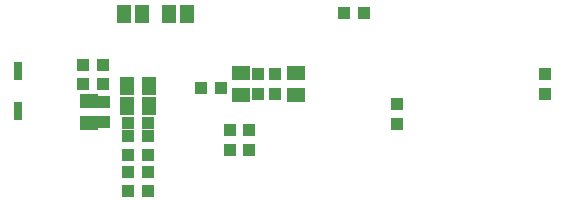
<source format=gbr>
G04 EAGLE Gerber RS-274X export*
G75*
%MOMM*%
%FSLAX34Y34*%
%LPD*%
%INSolderpaste Bottom*%
%IPPOS*%
%AMOC8*
5,1,8,0,0,1.08239X$1,22.5*%
G01*
%ADD10R,1.000000X1.100000*%
%ADD11R,1.500000X1.300000*%
%ADD12R,1.100000X1.000000*%
%ADD13R,1.300000X1.500000*%
%ADD14R,1.168400X1.600200*%
%ADD15R,0.800000X1.600000*%


D10*
X-23813Y164075D03*
X-23813Y147075D03*
D11*
X-6350Y165075D03*
X-6350Y146075D03*
D10*
X-38100Y164075D03*
X-38100Y147075D03*
D11*
X-52388Y165075D03*
X-52388Y146075D03*
D10*
X-169300Y171450D03*
X-186300Y171450D03*
X-86288Y152400D03*
X-69288Y152400D03*
X-169300Y155575D03*
X-186300Y155575D03*
D12*
X79375Y138675D03*
X79375Y121675D03*
X-131200Y95250D03*
X-148200Y95250D03*
D13*
X-130200Y136525D03*
X-149200Y136525D03*
D10*
X204788Y164075D03*
X204788Y147075D03*
X-131200Y65088D03*
X-148200Y65088D03*
X-131200Y80963D03*
X-148200Y80963D03*
D11*
X-180975Y122263D03*
X-180975Y141263D03*
D12*
X-131200Y111125D03*
X-148200Y111125D03*
D13*
X-130200Y153988D03*
X-149200Y153988D03*
D12*
X-131200Y122238D03*
X-148200Y122238D03*
D10*
X-168275Y123263D03*
X-168275Y140263D03*
X-46038Y116450D03*
X-46038Y99450D03*
D14*
X-136843Y214313D03*
X-152083Y214313D03*
X-98743Y214313D03*
X-113983Y214313D03*
D12*
X-61913Y116450D03*
X-61913Y99450D03*
D15*
X-241300Y132225D03*
X-241300Y166225D03*
D10*
X51363Y215900D03*
X34363Y215900D03*
M02*

</source>
